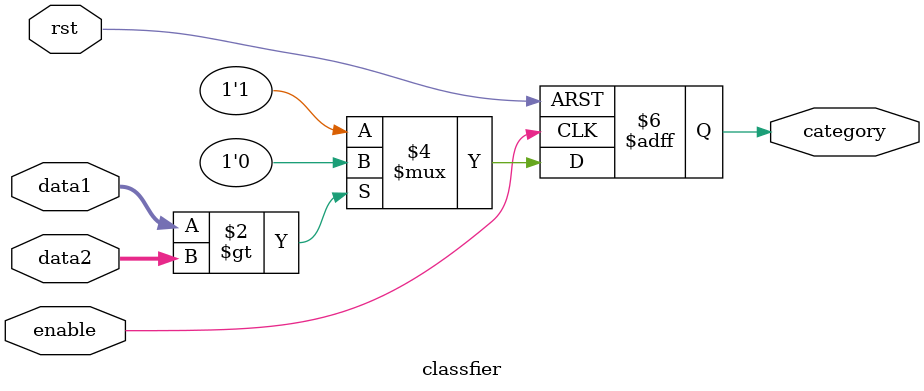
<source format=v>
`timescale 1ns/10ps
`define WIDTH 32

module classfier ( rst, enable, data1, data2, category ) ;

	input rst, enable ;
	input [7:0] data1, data2 ;
	output reg category ;

	always@( posedge enable or posedge rst ) begin
		if ( rst )
			category = 1'bz ;
		else
		begin
			if ( data1 > data2 )
				category = 1'b0 ;
			else
				category = 1'b1 ;
		end
	end

endmodule
</source>
